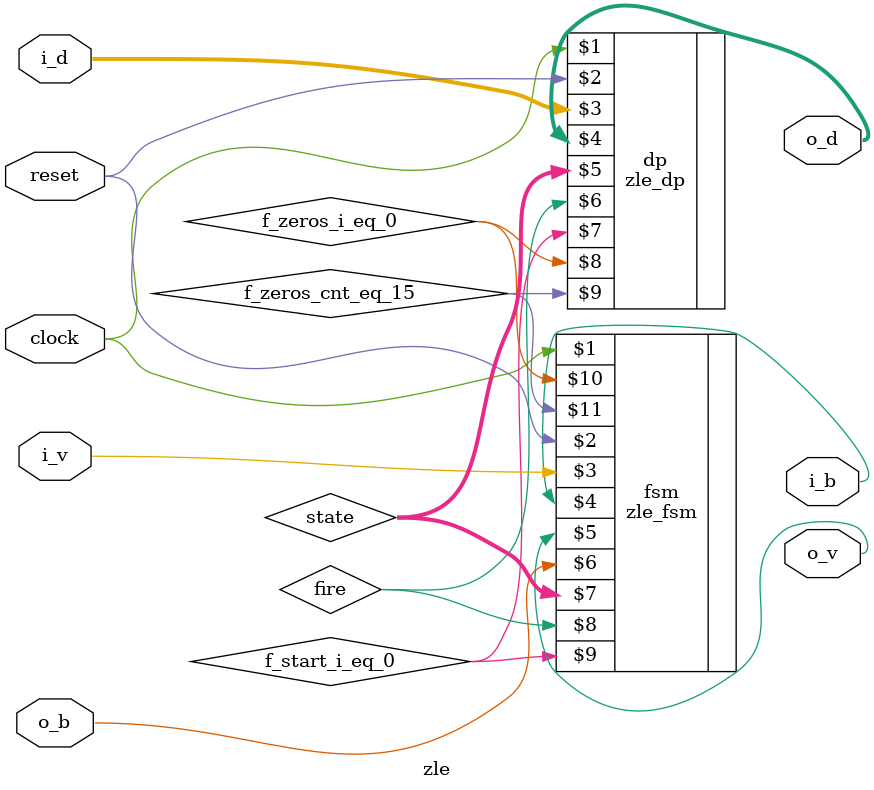
<source format=v>

`include "zle_fsm.v"
`include "zle_dp.v"

module zle (clock, reset,  i_d, i_v, i_b,  o_d, o_v, o_b);
   
   input  clock, reset;
   input  [2:0] i_d;	input  i_v;	output i_b;	// - input  stream i
   output [3:0] o_d;	output o_v;	input  o_b;	// - output stream o

   wire   [1:0]	state;				// - state to datapath
   wire         fire;				// - fire  to datapath
   wire 	f_start_i_eq_0,
		f_zeros_i_eq_0,
		f_zeros_cnt_eq_15;		// - flags from datapath
   
   zle_fsm fsm (clock, reset,  i_v, i_b,  o_v, o_b,  state, fire,
		f_start_i_eq_0, f_zeros_i_eq_0, f_zeros_cnt_eq_15);
   
   zle_dp  dp  (clock, reset, i_d, o_d, state, fire,
		f_start_i_eq_0, f_zeros_i_eq_0, f_zeros_cnt_eq_15);

endmodule // zle

</source>
